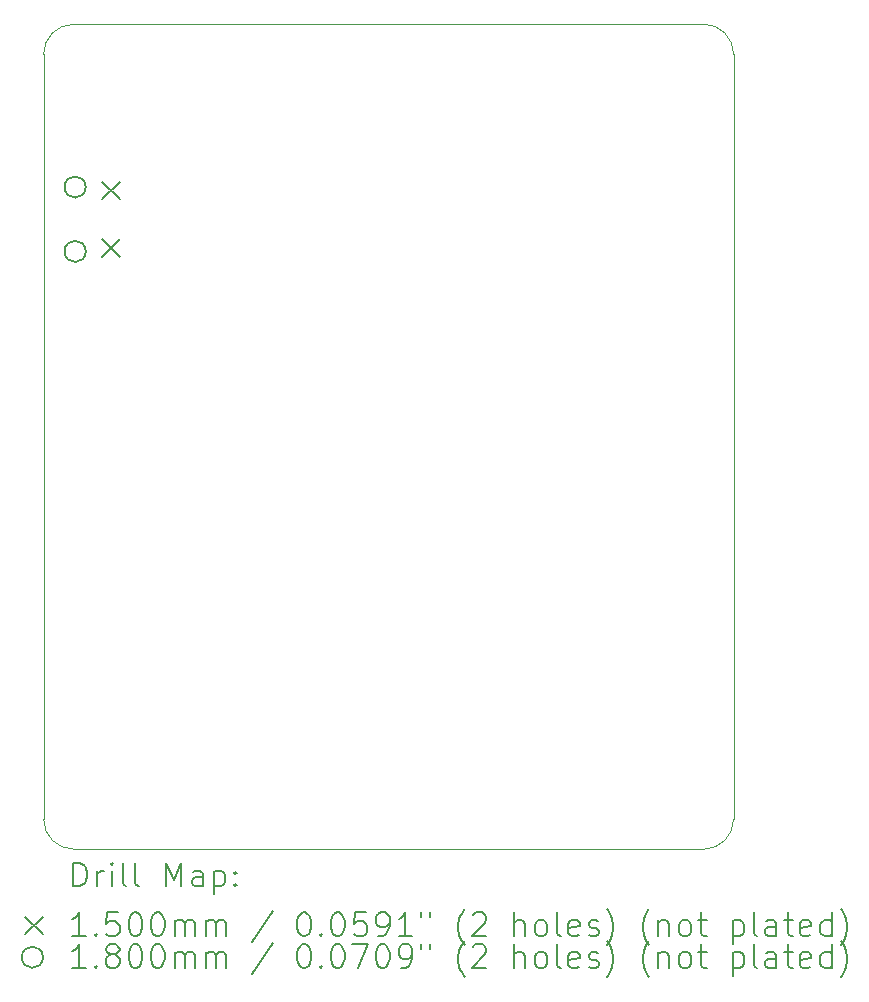
<source format=gbr>
%TF.GenerationSoftware,KiCad,Pcbnew,(6.0.7)*%
%TF.CreationDate,2022-10-15T23:14:36+02:00*%
%TF.ProjectId,15_button_controller,31355f62-7574-4746-9f6e-5f636f6e7472,rev?*%
%TF.SameCoordinates,Original*%
%TF.FileFunction,Drillmap*%
%TF.FilePolarity,Positive*%
%FSLAX45Y45*%
G04 Gerber Fmt 4.5, Leading zero omitted, Abs format (unit mm)*
G04 Created by KiCad (PCBNEW (6.0.7)) date 2022-10-15 23:14:36*
%MOMM*%
%LPD*%
G01*
G04 APERTURE LIST*
%ADD10C,0.100000*%
%ADD11C,0.200000*%
%ADD12C,0.150000*%
%ADD13C,0.180000*%
G04 APERTURE END LIST*
D10*
X12065000Y-12319000D02*
X12065000Y-5842000D01*
X12065000Y-5842000D02*
G75*
G03*
X11811000Y-5588000I-254000J0D01*
G01*
X6223000Y-5842000D02*
X6223000Y-12319000D01*
X11811000Y-5588000D02*
X6477000Y-5588000D01*
X6477000Y-5588000D02*
G75*
G03*
X6223000Y-5842000I0J-254000D01*
G01*
X6223000Y-12319000D02*
G75*
G03*
X6477000Y-12573000I254000J0D01*
G01*
X6477000Y-12573000D02*
X11811000Y-12573000D01*
X11811000Y-12573000D02*
G75*
G03*
X12065000Y-12319000I0J254000D01*
G01*
D11*
D12*
X6718000Y-6921500D02*
X6868000Y-7071500D01*
X6868000Y-6921500D02*
X6718000Y-7071500D01*
X6718000Y-7406500D02*
X6868000Y-7556500D01*
X6868000Y-7406500D02*
X6718000Y-7556500D01*
D13*
X6580000Y-6966500D02*
G75*
G03*
X6580000Y-6966500I-90000J0D01*
G01*
X6580000Y-7511500D02*
G75*
G03*
X6580000Y-7511500I-90000J0D01*
G01*
D11*
X6475619Y-12888476D02*
X6475619Y-12688476D01*
X6523238Y-12688476D01*
X6551809Y-12698000D01*
X6570857Y-12717048D01*
X6580381Y-12736095D01*
X6589905Y-12774190D01*
X6589905Y-12802762D01*
X6580381Y-12840857D01*
X6570857Y-12859905D01*
X6551809Y-12878952D01*
X6523238Y-12888476D01*
X6475619Y-12888476D01*
X6675619Y-12888476D02*
X6675619Y-12755143D01*
X6675619Y-12793238D02*
X6685143Y-12774190D01*
X6694667Y-12764667D01*
X6713714Y-12755143D01*
X6732762Y-12755143D01*
X6799428Y-12888476D02*
X6799428Y-12755143D01*
X6799428Y-12688476D02*
X6789905Y-12698000D01*
X6799428Y-12707524D01*
X6808952Y-12698000D01*
X6799428Y-12688476D01*
X6799428Y-12707524D01*
X6923238Y-12888476D02*
X6904190Y-12878952D01*
X6894667Y-12859905D01*
X6894667Y-12688476D01*
X7028000Y-12888476D02*
X7008952Y-12878952D01*
X6999428Y-12859905D01*
X6999428Y-12688476D01*
X7256571Y-12888476D02*
X7256571Y-12688476D01*
X7323238Y-12831333D01*
X7389905Y-12688476D01*
X7389905Y-12888476D01*
X7570857Y-12888476D02*
X7570857Y-12783714D01*
X7561333Y-12764667D01*
X7542286Y-12755143D01*
X7504190Y-12755143D01*
X7485143Y-12764667D01*
X7570857Y-12878952D02*
X7551809Y-12888476D01*
X7504190Y-12888476D01*
X7485143Y-12878952D01*
X7475619Y-12859905D01*
X7475619Y-12840857D01*
X7485143Y-12821809D01*
X7504190Y-12812286D01*
X7551809Y-12812286D01*
X7570857Y-12802762D01*
X7666095Y-12755143D02*
X7666095Y-12955143D01*
X7666095Y-12764667D02*
X7685143Y-12755143D01*
X7723238Y-12755143D01*
X7742286Y-12764667D01*
X7751809Y-12774190D01*
X7761333Y-12793238D01*
X7761333Y-12850381D01*
X7751809Y-12869428D01*
X7742286Y-12878952D01*
X7723238Y-12888476D01*
X7685143Y-12888476D01*
X7666095Y-12878952D01*
X7847048Y-12869428D02*
X7856571Y-12878952D01*
X7847048Y-12888476D01*
X7837524Y-12878952D01*
X7847048Y-12869428D01*
X7847048Y-12888476D01*
X7847048Y-12764667D02*
X7856571Y-12774190D01*
X7847048Y-12783714D01*
X7837524Y-12774190D01*
X7847048Y-12764667D01*
X7847048Y-12783714D01*
D12*
X6068000Y-13143000D02*
X6218000Y-13293000D01*
X6218000Y-13143000D02*
X6068000Y-13293000D01*
D11*
X6580381Y-13308476D02*
X6466095Y-13308476D01*
X6523238Y-13308476D02*
X6523238Y-13108476D01*
X6504190Y-13137048D01*
X6485143Y-13156095D01*
X6466095Y-13165619D01*
X6666095Y-13289428D02*
X6675619Y-13298952D01*
X6666095Y-13308476D01*
X6656571Y-13298952D01*
X6666095Y-13289428D01*
X6666095Y-13308476D01*
X6856571Y-13108476D02*
X6761333Y-13108476D01*
X6751809Y-13203714D01*
X6761333Y-13194190D01*
X6780381Y-13184667D01*
X6828000Y-13184667D01*
X6847048Y-13194190D01*
X6856571Y-13203714D01*
X6866095Y-13222762D01*
X6866095Y-13270381D01*
X6856571Y-13289428D01*
X6847048Y-13298952D01*
X6828000Y-13308476D01*
X6780381Y-13308476D01*
X6761333Y-13298952D01*
X6751809Y-13289428D01*
X6989905Y-13108476D02*
X7008952Y-13108476D01*
X7028000Y-13118000D01*
X7037524Y-13127524D01*
X7047048Y-13146571D01*
X7056571Y-13184667D01*
X7056571Y-13232286D01*
X7047048Y-13270381D01*
X7037524Y-13289428D01*
X7028000Y-13298952D01*
X7008952Y-13308476D01*
X6989905Y-13308476D01*
X6970857Y-13298952D01*
X6961333Y-13289428D01*
X6951809Y-13270381D01*
X6942286Y-13232286D01*
X6942286Y-13184667D01*
X6951809Y-13146571D01*
X6961333Y-13127524D01*
X6970857Y-13118000D01*
X6989905Y-13108476D01*
X7180381Y-13108476D02*
X7199428Y-13108476D01*
X7218476Y-13118000D01*
X7228000Y-13127524D01*
X7237524Y-13146571D01*
X7247048Y-13184667D01*
X7247048Y-13232286D01*
X7237524Y-13270381D01*
X7228000Y-13289428D01*
X7218476Y-13298952D01*
X7199428Y-13308476D01*
X7180381Y-13308476D01*
X7161333Y-13298952D01*
X7151809Y-13289428D01*
X7142286Y-13270381D01*
X7132762Y-13232286D01*
X7132762Y-13184667D01*
X7142286Y-13146571D01*
X7151809Y-13127524D01*
X7161333Y-13118000D01*
X7180381Y-13108476D01*
X7332762Y-13308476D02*
X7332762Y-13175143D01*
X7332762Y-13194190D02*
X7342286Y-13184667D01*
X7361333Y-13175143D01*
X7389905Y-13175143D01*
X7408952Y-13184667D01*
X7418476Y-13203714D01*
X7418476Y-13308476D01*
X7418476Y-13203714D02*
X7428000Y-13184667D01*
X7447048Y-13175143D01*
X7475619Y-13175143D01*
X7494667Y-13184667D01*
X7504190Y-13203714D01*
X7504190Y-13308476D01*
X7599428Y-13308476D02*
X7599428Y-13175143D01*
X7599428Y-13194190D02*
X7608952Y-13184667D01*
X7628000Y-13175143D01*
X7656571Y-13175143D01*
X7675619Y-13184667D01*
X7685143Y-13203714D01*
X7685143Y-13308476D01*
X7685143Y-13203714D02*
X7694667Y-13184667D01*
X7713714Y-13175143D01*
X7742286Y-13175143D01*
X7761333Y-13184667D01*
X7770857Y-13203714D01*
X7770857Y-13308476D01*
X8161333Y-13098952D02*
X7989905Y-13356095D01*
X8418476Y-13108476D02*
X8437524Y-13108476D01*
X8456571Y-13118000D01*
X8466095Y-13127524D01*
X8475619Y-13146571D01*
X8485143Y-13184667D01*
X8485143Y-13232286D01*
X8475619Y-13270381D01*
X8466095Y-13289428D01*
X8456571Y-13298952D01*
X8437524Y-13308476D01*
X8418476Y-13308476D01*
X8399429Y-13298952D01*
X8389905Y-13289428D01*
X8380381Y-13270381D01*
X8370857Y-13232286D01*
X8370857Y-13184667D01*
X8380381Y-13146571D01*
X8389905Y-13127524D01*
X8399429Y-13118000D01*
X8418476Y-13108476D01*
X8570857Y-13289428D02*
X8580381Y-13298952D01*
X8570857Y-13308476D01*
X8561333Y-13298952D01*
X8570857Y-13289428D01*
X8570857Y-13308476D01*
X8704190Y-13108476D02*
X8723238Y-13108476D01*
X8742286Y-13118000D01*
X8751810Y-13127524D01*
X8761333Y-13146571D01*
X8770857Y-13184667D01*
X8770857Y-13232286D01*
X8761333Y-13270381D01*
X8751810Y-13289428D01*
X8742286Y-13298952D01*
X8723238Y-13308476D01*
X8704190Y-13308476D01*
X8685143Y-13298952D01*
X8675619Y-13289428D01*
X8666095Y-13270381D01*
X8656571Y-13232286D01*
X8656571Y-13184667D01*
X8666095Y-13146571D01*
X8675619Y-13127524D01*
X8685143Y-13118000D01*
X8704190Y-13108476D01*
X8951810Y-13108476D02*
X8856571Y-13108476D01*
X8847048Y-13203714D01*
X8856571Y-13194190D01*
X8875619Y-13184667D01*
X8923238Y-13184667D01*
X8942286Y-13194190D01*
X8951810Y-13203714D01*
X8961333Y-13222762D01*
X8961333Y-13270381D01*
X8951810Y-13289428D01*
X8942286Y-13298952D01*
X8923238Y-13308476D01*
X8875619Y-13308476D01*
X8856571Y-13298952D01*
X8847048Y-13289428D01*
X9056571Y-13308476D02*
X9094667Y-13308476D01*
X9113714Y-13298952D01*
X9123238Y-13289428D01*
X9142286Y-13260857D01*
X9151810Y-13222762D01*
X9151810Y-13146571D01*
X9142286Y-13127524D01*
X9132762Y-13118000D01*
X9113714Y-13108476D01*
X9075619Y-13108476D01*
X9056571Y-13118000D01*
X9047048Y-13127524D01*
X9037524Y-13146571D01*
X9037524Y-13194190D01*
X9047048Y-13213238D01*
X9056571Y-13222762D01*
X9075619Y-13232286D01*
X9113714Y-13232286D01*
X9132762Y-13222762D01*
X9142286Y-13213238D01*
X9151810Y-13194190D01*
X9342286Y-13308476D02*
X9228000Y-13308476D01*
X9285143Y-13308476D02*
X9285143Y-13108476D01*
X9266095Y-13137048D01*
X9247048Y-13156095D01*
X9228000Y-13165619D01*
X9418476Y-13108476D02*
X9418476Y-13146571D01*
X9494667Y-13108476D02*
X9494667Y-13146571D01*
X9789905Y-13384667D02*
X9780381Y-13375143D01*
X9761333Y-13346571D01*
X9751810Y-13327524D01*
X9742286Y-13298952D01*
X9732762Y-13251333D01*
X9732762Y-13213238D01*
X9742286Y-13165619D01*
X9751810Y-13137048D01*
X9761333Y-13118000D01*
X9780381Y-13089428D01*
X9789905Y-13079905D01*
X9856571Y-13127524D02*
X9866095Y-13118000D01*
X9885143Y-13108476D01*
X9932762Y-13108476D01*
X9951810Y-13118000D01*
X9961333Y-13127524D01*
X9970857Y-13146571D01*
X9970857Y-13165619D01*
X9961333Y-13194190D01*
X9847048Y-13308476D01*
X9970857Y-13308476D01*
X10208952Y-13308476D02*
X10208952Y-13108476D01*
X10294667Y-13308476D02*
X10294667Y-13203714D01*
X10285143Y-13184667D01*
X10266095Y-13175143D01*
X10237524Y-13175143D01*
X10218476Y-13184667D01*
X10208952Y-13194190D01*
X10418476Y-13308476D02*
X10399429Y-13298952D01*
X10389905Y-13289428D01*
X10380381Y-13270381D01*
X10380381Y-13213238D01*
X10389905Y-13194190D01*
X10399429Y-13184667D01*
X10418476Y-13175143D01*
X10447048Y-13175143D01*
X10466095Y-13184667D01*
X10475619Y-13194190D01*
X10485143Y-13213238D01*
X10485143Y-13270381D01*
X10475619Y-13289428D01*
X10466095Y-13298952D01*
X10447048Y-13308476D01*
X10418476Y-13308476D01*
X10599429Y-13308476D02*
X10580381Y-13298952D01*
X10570857Y-13279905D01*
X10570857Y-13108476D01*
X10751810Y-13298952D02*
X10732762Y-13308476D01*
X10694667Y-13308476D01*
X10675619Y-13298952D01*
X10666095Y-13279905D01*
X10666095Y-13203714D01*
X10675619Y-13184667D01*
X10694667Y-13175143D01*
X10732762Y-13175143D01*
X10751810Y-13184667D01*
X10761333Y-13203714D01*
X10761333Y-13222762D01*
X10666095Y-13241809D01*
X10837524Y-13298952D02*
X10856571Y-13308476D01*
X10894667Y-13308476D01*
X10913714Y-13298952D01*
X10923238Y-13279905D01*
X10923238Y-13270381D01*
X10913714Y-13251333D01*
X10894667Y-13241809D01*
X10866095Y-13241809D01*
X10847048Y-13232286D01*
X10837524Y-13213238D01*
X10837524Y-13203714D01*
X10847048Y-13184667D01*
X10866095Y-13175143D01*
X10894667Y-13175143D01*
X10913714Y-13184667D01*
X10989905Y-13384667D02*
X10999429Y-13375143D01*
X11018476Y-13346571D01*
X11028000Y-13327524D01*
X11037524Y-13298952D01*
X11047048Y-13251333D01*
X11047048Y-13213238D01*
X11037524Y-13165619D01*
X11028000Y-13137048D01*
X11018476Y-13118000D01*
X10999429Y-13089428D01*
X10989905Y-13079905D01*
X11351809Y-13384667D02*
X11342286Y-13375143D01*
X11323238Y-13346571D01*
X11313714Y-13327524D01*
X11304190Y-13298952D01*
X11294667Y-13251333D01*
X11294667Y-13213238D01*
X11304190Y-13165619D01*
X11313714Y-13137048D01*
X11323238Y-13118000D01*
X11342286Y-13089428D01*
X11351809Y-13079905D01*
X11428000Y-13175143D02*
X11428000Y-13308476D01*
X11428000Y-13194190D02*
X11437524Y-13184667D01*
X11456571Y-13175143D01*
X11485143Y-13175143D01*
X11504190Y-13184667D01*
X11513714Y-13203714D01*
X11513714Y-13308476D01*
X11637524Y-13308476D02*
X11618476Y-13298952D01*
X11608952Y-13289428D01*
X11599428Y-13270381D01*
X11599428Y-13213238D01*
X11608952Y-13194190D01*
X11618476Y-13184667D01*
X11637524Y-13175143D01*
X11666095Y-13175143D01*
X11685143Y-13184667D01*
X11694667Y-13194190D01*
X11704190Y-13213238D01*
X11704190Y-13270381D01*
X11694667Y-13289428D01*
X11685143Y-13298952D01*
X11666095Y-13308476D01*
X11637524Y-13308476D01*
X11761333Y-13175143D02*
X11837524Y-13175143D01*
X11789905Y-13108476D02*
X11789905Y-13279905D01*
X11799428Y-13298952D01*
X11818476Y-13308476D01*
X11837524Y-13308476D01*
X12056571Y-13175143D02*
X12056571Y-13375143D01*
X12056571Y-13184667D02*
X12075619Y-13175143D01*
X12113714Y-13175143D01*
X12132762Y-13184667D01*
X12142286Y-13194190D01*
X12151809Y-13213238D01*
X12151809Y-13270381D01*
X12142286Y-13289428D01*
X12132762Y-13298952D01*
X12113714Y-13308476D01*
X12075619Y-13308476D01*
X12056571Y-13298952D01*
X12266095Y-13308476D02*
X12247048Y-13298952D01*
X12237524Y-13279905D01*
X12237524Y-13108476D01*
X12428000Y-13308476D02*
X12428000Y-13203714D01*
X12418476Y-13184667D01*
X12399428Y-13175143D01*
X12361333Y-13175143D01*
X12342286Y-13184667D01*
X12428000Y-13298952D02*
X12408952Y-13308476D01*
X12361333Y-13308476D01*
X12342286Y-13298952D01*
X12332762Y-13279905D01*
X12332762Y-13260857D01*
X12342286Y-13241809D01*
X12361333Y-13232286D01*
X12408952Y-13232286D01*
X12428000Y-13222762D01*
X12494667Y-13175143D02*
X12570857Y-13175143D01*
X12523238Y-13108476D02*
X12523238Y-13279905D01*
X12532762Y-13298952D01*
X12551809Y-13308476D01*
X12570857Y-13308476D01*
X12713714Y-13298952D02*
X12694667Y-13308476D01*
X12656571Y-13308476D01*
X12637524Y-13298952D01*
X12628000Y-13279905D01*
X12628000Y-13203714D01*
X12637524Y-13184667D01*
X12656571Y-13175143D01*
X12694667Y-13175143D01*
X12713714Y-13184667D01*
X12723238Y-13203714D01*
X12723238Y-13222762D01*
X12628000Y-13241809D01*
X12894667Y-13308476D02*
X12894667Y-13108476D01*
X12894667Y-13298952D02*
X12875619Y-13308476D01*
X12837524Y-13308476D01*
X12818476Y-13298952D01*
X12808952Y-13289428D01*
X12799428Y-13270381D01*
X12799428Y-13213238D01*
X12808952Y-13194190D01*
X12818476Y-13184667D01*
X12837524Y-13175143D01*
X12875619Y-13175143D01*
X12894667Y-13184667D01*
X12970857Y-13384667D02*
X12980381Y-13375143D01*
X12999428Y-13346571D01*
X13008952Y-13327524D01*
X13018476Y-13298952D01*
X13028000Y-13251333D01*
X13028000Y-13213238D01*
X13018476Y-13165619D01*
X13008952Y-13137048D01*
X12999428Y-13118000D01*
X12980381Y-13089428D01*
X12970857Y-13079905D01*
D13*
X6218000Y-13488000D02*
G75*
G03*
X6218000Y-13488000I-90000J0D01*
G01*
D11*
X6580381Y-13578476D02*
X6466095Y-13578476D01*
X6523238Y-13578476D02*
X6523238Y-13378476D01*
X6504190Y-13407048D01*
X6485143Y-13426095D01*
X6466095Y-13435619D01*
X6666095Y-13559428D02*
X6675619Y-13568952D01*
X6666095Y-13578476D01*
X6656571Y-13568952D01*
X6666095Y-13559428D01*
X6666095Y-13578476D01*
X6789905Y-13464190D02*
X6770857Y-13454667D01*
X6761333Y-13445143D01*
X6751809Y-13426095D01*
X6751809Y-13416571D01*
X6761333Y-13397524D01*
X6770857Y-13388000D01*
X6789905Y-13378476D01*
X6828000Y-13378476D01*
X6847048Y-13388000D01*
X6856571Y-13397524D01*
X6866095Y-13416571D01*
X6866095Y-13426095D01*
X6856571Y-13445143D01*
X6847048Y-13454667D01*
X6828000Y-13464190D01*
X6789905Y-13464190D01*
X6770857Y-13473714D01*
X6761333Y-13483238D01*
X6751809Y-13502286D01*
X6751809Y-13540381D01*
X6761333Y-13559428D01*
X6770857Y-13568952D01*
X6789905Y-13578476D01*
X6828000Y-13578476D01*
X6847048Y-13568952D01*
X6856571Y-13559428D01*
X6866095Y-13540381D01*
X6866095Y-13502286D01*
X6856571Y-13483238D01*
X6847048Y-13473714D01*
X6828000Y-13464190D01*
X6989905Y-13378476D02*
X7008952Y-13378476D01*
X7028000Y-13388000D01*
X7037524Y-13397524D01*
X7047048Y-13416571D01*
X7056571Y-13454667D01*
X7056571Y-13502286D01*
X7047048Y-13540381D01*
X7037524Y-13559428D01*
X7028000Y-13568952D01*
X7008952Y-13578476D01*
X6989905Y-13578476D01*
X6970857Y-13568952D01*
X6961333Y-13559428D01*
X6951809Y-13540381D01*
X6942286Y-13502286D01*
X6942286Y-13454667D01*
X6951809Y-13416571D01*
X6961333Y-13397524D01*
X6970857Y-13388000D01*
X6989905Y-13378476D01*
X7180381Y-13378476D02*
X7199428Y-13378476D01*
X7218476Y-13388000D01*
X7228000Y-13397524D01*
X7237524Y-13416571D01*
X7247048Y-13454667D01*
X7247048Y-13502286D01*
X7237524Y-13540381D01*
X7228000Y-13559428D01*
X7218476Y-13568952D01*
X7199428Y-13578476D01*
X7180381Y-13578476D01*
X7161333Y-13568952D01*
X7151809Y-13559428D01*
X7142286Y-13540381D01*
X7132762Y-13502286D01*
X7132762Y-13454667D01*
X7142286Y-13416571D01*
X7151809Y-13397524D01*
X7161333Y-13388000D01*
X7180381Y-13378476D01*
X7332762Y-13578476D02*
X7332762Y-13445143D01*
X7332762Y-13464190D02*
X7342286Y-13454667D01*
X7361333Y-13445143D01*
X7389905Y-13445143D01*
X7408952Y-13454667D01*
X7418476Y-13473714D01*
X7418476Y-13578476D01*
X7418476Y-13473714D02*
X7428000Y-13454667D01*
X7447048Y-13445143D01*
X7475619Y-13445143D01*
X7494667Y-13454667D01*
X7504190Y-13473714D01*
X7504190Y-13578476D01*
X7599428Y-13578476D02*
X7599428Y-13445143D01*
X7599428Y-13464190D02*
X7608952Y-13454667D01*
X7628000Y-13445143D01*
X7656571Y-13445143D01*
X7675619Y-13454667D01*
X7685143Y-13473714D01*
X7685143Y-13578476D01*
X7685143Y-13473714D02*
X7694667Y-13454667D01*
X7713714Y-13445143D01*
X7742286Y-13445143D01*
X7761333Y-13454667D01*
X7770857Y-13473714D01*
X7770857Y-13578476D01*
X8161333Y-13368952D02*
X7989905Y-13626095D01*
X8418476Y-13378476D02*
X8437524Y-13378476D01*
X8456571Y-13388000D01*
X8466095Y-13397524D01*
X8475619Y-13416571D01*
X8485143Y-13454667D01*
X8485143Y-13502286D01*
X8475619Y-13540381D01*
X8466095Y-13559428D01*
X8456571Y-13568952D01*
X8437524Y-13578476D01*
X8418476Y-13578476D01*
X8399429Y-13568952D01*
X8389905Y-13559428D01*
X8380381Y-13540381D01*
X8370857Y-13502286D01*
X8370857Y-13454667D01*
X8380381Y-13416571D01*
X8389905Y-13397524D01*
X8399429Y-13388000D01*
X8418476Y-13378476D01*
X8570857Y-13559428D02*
X8580381Y-13568952D01*
X8570857Y-13578476D01*
X8561333Y-13568952D01*
X8570857Y-13559428D01*
X8570857Y-13578476D01*
X8704190Y-13378476D02*
X8723238Y-13378476D01*
X8742286Y-13388000D01*
X8751810Y-13397524D01*
X8761333Y-13416571D01*
X8770857Y-13454667D01*
X8770857Y-13502286D01*
X8761333Y-13540381D01*
X8751810Y-13559428D01*
X8742286Y-13568952D01*
X8723238Y-13578476D01*
X8704190Y-13578476D01*
X8685143Y-13568952D01*
X8675619Y-13559428D01*
X8666095Y-13540381D01*
X8656571Y-13502286D01*
X8656571Y-13454667D01*
X8666095Y-13416571D01*
X8675619Y-13397524D01*
X8685143Y-13388000D01*
X8704190Y-13378476D01*
X8837524Y-13378476D02*
X8970857Y-13378476D01*
X8885143Y-13578476D01*
X9085143Y-13378476D02*
X9104190Y-13378476D01*
X9123238Y-13388000D01*
X9132762Y-13397524D01*
X9142286Y-13416571D01*
X9151810Y-13454667D01*
X9151810Y-13502286D01*
X9142286Y-13540381D01*
X9132762Y-13559428D01*
X9123238Y-13568952D01*
X9104190Y-13578476D01*
X9085143Y-13578476D01*
X9066095Y-13568952D01*
X9056571Y-13559428D01*
X9047048Y-13540381D01*
X9037524Y-13502286D01*
X9037524Y-13454667D01*
X9047048Y-13416571D01*
X9056571Y-13397524D01*
X9066095Y-13388000D01*
X9085143Y-13378476D01*
X9247048Y-13578476D02*
X9285143Y-13578476D01*
X9304190Y-13568952D01*
X9313714Y-13559428D01*
X9332762Y-13530857D01*
X9342286Y-13492762D01*
X9342286Y-13416571D01*
X9332762Y-13397524D01*
X9323238Y-13388000D01*
X9304190Y-13378476D01*
X9266095Y-13378476D01*
X9247048Y-13388000D01*
X9237524Y-13397524D01*
X9228000Y-13416571D01*
X9228000Y-13464190D01*
X9237524Y-13483238D01*
X9247048Y-13492762D01*
X9266095Y-13502286D01*
X9304190Y-13502286D01*
X9323238Y-13492762D01*
X9332762Y-13483238D01*
X9342286Y-13464190D01*
X9418476Y-13378476D02*
X9418476Y-13416571D01*
X9494667Y-13378476D02*
X9494667Y-13416571D01*
X9789905Y-13654667D02*
X9780381Y-13645143D01*
X9761333Y-13616571D01*
X9751810Y-13597524D01*
X9742286Y-13568952D01*
X9732762Y-13521333D01*
X9732762Y-13483238D01*
X9742286Y-13435619D01*
X9751810Y-13407048D01*
X9761333Y-13388000D01*
X9780381Y-13359428D01*
X9789905Y-13349905D01*
X9856571Y-13397524D02*
X9866095Y-13388000D01*
X9885143Y-13378476D01*
X9932762Y-13378476D01*
X9951810Y-13388000D01*
X9961333Y-13397524D01*
X9970857Y-13416571D01*
X9970857Y-13435619D01*
X9961333Y-13464190D01*
X9847048Y-13578476D01*
X9970857Y-13578476D01*
X10208952Y-13578476D02*
X10208952Y-13378476D01*
X10294667Y-13578476D02*
X10294667Y-13473714D01*
X10285143Y-13454667D01*
X10266095Y-13445143D01*
X10237524Y-13445143D01*
X10218476Y-13454667D01*
X10208952Y-13464190D01*
X10418476Y-13578476D02*
X10399429Y-13568952D01*
X10389905Y-13559428D01*
X10380381Y-13540381D01*
X10380381Y-13483238D01*
X10389905Y-13464190D01*
X10399429Y-13454667D01*
X10418476Y-13445143D01*
X10447048Y-13445143D01*
X10466095Y-13454667D01*
X10475619Y-13464190D01*
X10485143Y-13483238D01*
X10485143Y-13540381D01*
X10475619Y-13559428D01*
X10466095Y-13568952D01*
X10447048Y-13578476D01*
X10418476Y-13578476D01*
X10599429Y-13578476D02*
X10580381Y-13568952D01*
X10570857Y-13549905D01*
X10570857Y-13378476D01*
X10751810Y-13568952D02*
X10732762Y-13578476D01*
X10694667Y-13578476D01*
X10675619Y-13568952D01*
X10666095Y-13549905D01*
X10666095Y-13473714D01*
X10675619Y-13454667D01*
X10694667Y-13445143D01*
X10732762Y-13445143D01*
X10751810Y-13454667D01*
X10761333Y-13473714D01*
X10761333Y-13492762D01*
X10666095Y-13511809D01*
X10837524Y-13568952D02*
X10856571Y-13578476D01*
X10894667Y-13578476D01*
X10913714Y-13568952D01*
X10923238Y-13549905D01*
X10923238Y-13540381D01*
X10913714Y-13521333D01*
X10894667Y-13511809D01*
X10866095Y-13511809D01*
X10847048Y-13502286D01*
X10837524Y-13483238D01*
X10837524Y-13473714D01*
X10847048Y-13454667D01*
X10866095Y-13445143D01*
X10894667Y-13445143D01*
X10913714Y-13454667D01*
X10989905Y-13654667D02*
X10999429Y-13645143D01*
X11018476Y-13616571D01*
X11028000Y-13597524D01*
X11037524Y-13568952D01*
X11047048Y-13521333D01*
X11047048Y-13483238D01*
X11037524Y-13435619D01*
X11028000Y-13407048D01*
X11018476Y-13388000D01*
X10999429Y-13359428D01*
X10989905Y-13349905D01*
X11351809Y-13654667D02*
X11342286Y-13645143D01*
X11323238Y-13616571D01*
X11313714Y-13597524D01*
X11304190Y-13568952D01*
X11294667Y-13521333D01*
X11294667Y-13483238D01*
X11304190Y-13435619D01*
X11313714Y-13407048D01*
X11323238Y-13388000D01*
X11342286Y-13359428D01*
X11351809Y-13349905D01*
X11428000Y-13445143D02*
X11428000Y-13578476D01*
X11428000Y-13464190D02*
X11437524Y-13454667D01*
X11456571Y-13445143D01*
X11485143Y-13445143D01*
X11504190Y-13454667D01*
X11513714Y-13473714D01*
X11513714Y-13578476D01*
X11637524Y-13578476D02*
X11618476Y-13568952D01*
X11608952Y-13559428D01*
X11599428Y-13540381D01*
X11599428Y-13483238D01*
X11608952Y-13464190D01*
X11618476Y-13454667D01*
X11637524Y-13445143D01*
X11666095Y-13445143D01*
X11685143Y-13454667D01*
X11694667Y-13464190D01*
X11704190Y-13483238D01*
X11704190Y-13540381D01*
X11694667Y-13559428D01*
X11685143Y-13568952D01*
X11666095Y-13578476D01*
X11637524Y-13578476D01*
X11761333Y-13445143D02*
X11837524Y-13445143D01*
X11789905Y-13378476D02*
X11789905Y-13549905D01*
X11799428Y-13568952D01*
X11818476Y-13578476D01*
X11837524Y-13578476D01*
X12056571Y-13445143D02*
X12056571Y-13645143D01*
X12056571Y-13454667D02*
X12075619Y-13445143D01*
X12113714Y-13445143D01*
X12132762Y-13454667D01*
X12142286Y-13464190D01*
X12151809Y-13483238D01*
X12151809Y-13540381D01*
X12142286Y-13559428D01*
X12132762Y-13568952D01*
X12113714Y-13578476D01*
X12075619Y-13578476D01*
X12056571Y-13568952D01*
X12266095Y-13578476D02*
X12247048Y-13568952D01*
X12237524Y-13549905D01*
X12237524Y-13378476D01*
X12428000Y-13578476D02*
X12428000Y-13473714D01*
X12418476Y-13454667D01*
X12399428Y-13445143D01*
X12361333Y-13445143D01*
X12342286Y-13454667D01*
X12428000Y-13568952D02*
X12408952Y-13578476D01*
X12361333Y-13578476D01*
X12342286Y-13568952D01*
X12332762Y-13549905D01*
X12332762Y-13530857D01*
X12342286Y-13511809D01*
X12361333Y-13502286D01*
X12408952Y-13502286D01*
X12428000Y-13492762D01*
X12494667Y-13445143D02*
X12570857Y-13445143D01*
X12523238Y-13378476D02*
X12523238Y-13549905D01*
X12532762Y-13568952D01*
X12551809Y-13578476D01*
X12570857Y-13578476D01*
X12713714Y-13568952D02*
X12694667Y-13578476D01*
X12656571Y-13578476D01*
X12637524Y-13568952D01*
X12628000Y-13549905D01*
X12628000Y-13473714D01*
X12637524Y-13454667D01*
X12656571Y-13445143D01*
X12694667Y-13445143D01*
X12713714Y-13454667D01*
X12723238Y-13473714D01*
X12723238Y-13492762D01*
X12628000Y-13511809D01*
X12894667Y-13578476D02*
X12894667Y-13378476D01*
X12894667Y-13568952D02*
X12875619Y-13578476D01*
X12837524Y-13578476D01*
X12818476Y-13568952D01*
X12808952Y-13559428D01*
X12799428Y-13540381D01*
X12799428Y-13483238D01*
X12808952Y-13464190D01*
X12818476Y-13454667D01*
X12837524Y-13445143D01*
X12875619Y-13445143D01*
X12894667Y-13454667D01*
X12970857Y-13654667D02*
X12980381Y-13645143D01*
X12999428Y-13616571D01*
X13008952Y-13597524D01*
X13018476Y-13568952D01*
X13028000Y-13521333D01*
X13028000Y-13483238D01*
X13018476Y-13435619D01*
X13008952Y-13407048D01*
X12999428Y-13388000D01*
X12980381Y-13359428D01*
X12970857Y-13349905D01*
M02*

</source>
